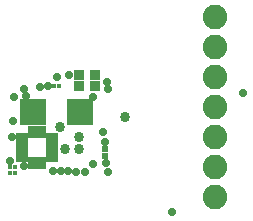
<source format=gbs>
G75*
%MOIN*%
%OFA0B0*%
%FSLAX25Y25*%
%IPPOS*%
%LPD*%
%AMOC8*
5,1,8,0,0,1.08239X$1,22.5*
%
%ADD10R,0.04442X0.01981*%
%ADD11R,0.01981X0.03950*%
%ADD12R,0.01784X0.01784*%
%ADD13R,0.02375X0.02178*%
%ADD14R,0.03753X0.03556*%
%ADD15C,0.08200*%
%ADD16R,0.08674X0.08674*%
%ADD17C,0.02800*%
%ADD18C,0.03378*%
D10*
X0026050Y0026591D03*
X0026050Y0028560D03*
X0026050Y0030528D03*
X0026050Y0032497D03*
X0026050Y0034465D03*
X0036188Y0034465D03*
X0036188Y0032497D03*
X0036188Y0030528D03*
X0036188Y0028560D03*
X0036188Y0026591D03*
D11*
X0033087Y0025509D03*
X0031119Y0025509D03*
X0029150Y0025509D03*
X0029150Y0035548D03*
X0031119Y0035548D03*
X0033087Y0035548D03*
D12*
X0022121Y0022149D03*
X0022101Y0023913D03*
X0023901Y0023913D03*
X0023921Y0022149D03*
X0036735Y0050891D03*
X0038535Y0050891D03*
D13*
X0053914Y0030087D03*
X0053914Y0027646D03*
D14*
X0050261Y0050863D03*
X0044946Y0050863D03*
X0044946Y0054800D03*
X0050261Y0054800D03*
D15*
X0090260Y0053992D03*
X0090260Y0063992D03*
X0090260Y0073992D03*
X0090260Y0043992D03*
X0090260Y0033992D03*
X0090260Y0023992D03*
X0090260Y0013992D03*
D16*
X0045387Y0042301D03*
X0029639Y0042301D03*
D17*
X0023202Y0039465D03*
X0022641Y0034045D03*
X0022166Y0026103D03*
X0026657Y0024281D03*
X0036548Y0022745D03*
X0038956Y0022577D03*
X0041356Y0022577D03*
X0044078Y0022409D03*
X0047098Y0022334D03*
X0049860Y0025084D03*
X0053981Y0025233D03*
X0054603Y0022223D03*
X0053855Y0032359D03*
X0053135Y0035728D03*
X0049733Y0047496D03*
X0054631Y0049926D03*
X0054450Y0052481D03*
X0041744Y0054787D03*
X0037883Y0054072D03*
X0034603Y0050894D03*
X0032203Y0050574D03*
X0026709Y0050070D03*
X0027497Y0047670D03*
X0023469Y0047224D03*
X0076103Y0009174D03*
X0099725Y0048544D03*
D18*
X0060355Y0040670D03*
X0045219Y0034002D03*
X0045197Y0030053D03*
X0040386Y0030107D03*
X0038816Y0037430D03*
M02*

</source>
